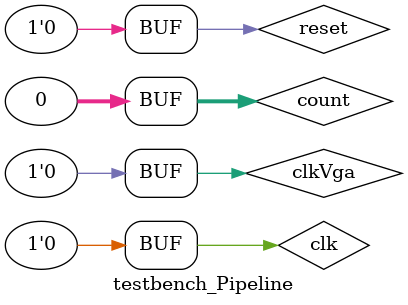
<source format=sv>
`timescale 1 ps / 1 ps

module testbench_Pipeline();



logic clk, clkVga;
logic reset, V_SyncOut, H_SyncOut, and_enable, Stuck, go,clock_vga, filter, vga_sync;
logic [3:0] Quadrant;
logic [25:0] InstrD; 
logic [25:0] InstrDV; 
logic [31:0]ALUResultEA, ALUResultM, ResultW,WriteDataM,VGAData;
logic [7:0] RedOut, GreenOut, BlueOut;
logic [7:0] GPIO;
logic visible;
integer f, count;

Pipeline_SIMD dut(	clk, reset, go, clkVga, filter, Quadrant,
						InstrD, InstrDV, ALUResultEA, ALUResultM, ResultW,WriteDataM,
						V_SyncOut, H_SyncOut, and_enable, Stuck,vga_sync,
						RedOut, GreenOut, BlueOut, GPIO, visible);

// initialize test
initial
	begin
		reset <= 1; # 10; reset <= 0;
		clkVga = 0;
//		f = $fopen("C:\\Users\\rj-mo\\OneDrive\\Escritorio\\Arqui2\\Verilog\\Pictures\\output.txt","w");
		count = 0;
		/*forever begin
			#10 clkVga = ~clkVga;
			if (visible == 1) begin
				count = count + 1;
				if (count == 4) begin
				//	$fwrite("C:\\Users\\rj-mo\\OneDrive\\Escritorio\\Arqui2\\Verilog\\Pixeles\\output.txt","VGA CLK %b\n",clkVga);
				//	$fwrite("C:\\Users\\rj-mo\\OneDrive\\Escritorio\\Arqui2\\Verilog\\Pixeles\\output.txt","HSYNC %b\n",H_SyncOut);
				//	$fwrite("C:\\Users\\rj-mo\\OneDrive\\Escritorio\\Arqui2\\Verilog\\Pixeles\\output.txt","VSYNC %b\n",V_SyncOut);
					count = 0;
				end
			end
		end*/
	end 
	
// generate clock to sequence tests

	always
	begin
		clk <= 1; # 5; clk <= 0; # 5;

	end
	/*
	always@(negedge clk)
	begin
		$display("InstrD=%h,   InstrDV=%h", InstrD, InstrDV);
	end*/
	
	
	

endmodule

</source>
